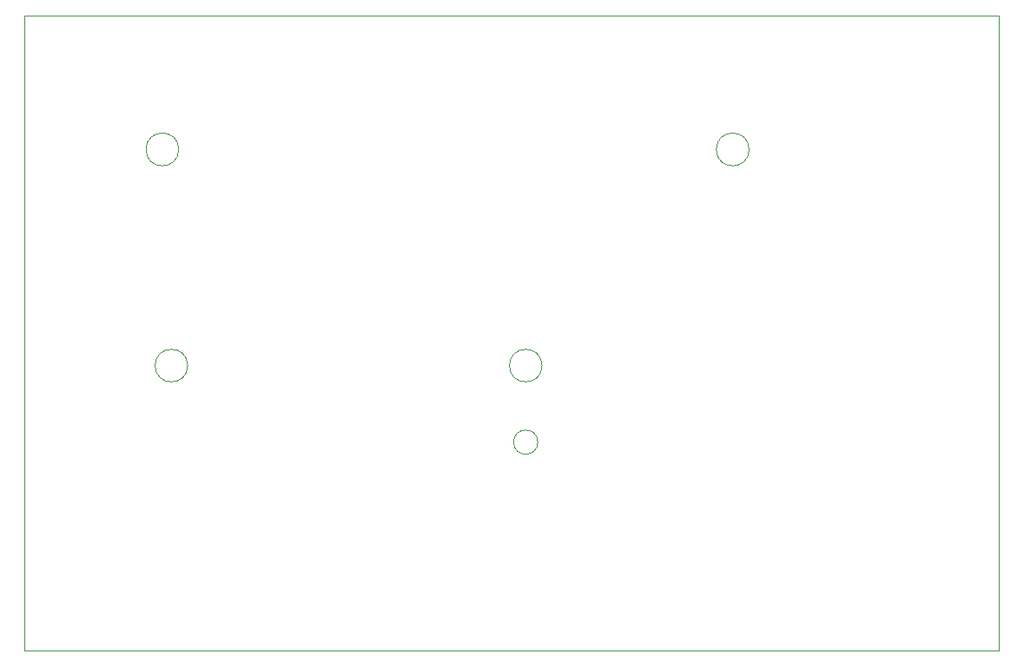
<source format=gm1>
%TF.GenerationSoftware,KiCad,Pcbnew,9.0.0*%
%TF.CreationDate,2025-03-15T23:12:27-07:00*%
%TF.ProjectId,Joule-Thief_R6,4a6f756c-652d-4546-9869-65665f52362e,5*%
%TF.SameCoordinates,Original*%
%TF.FileFunction,Profile,NP*%
%FSLAX46Y46*%
G04 Gerber Fmt 4.6, Leading zero omitted, Abs format (unit mm)*
G04 Created by KiCad (PCBNEW 9.0.0) date 2025-03-15 23:12:27*
%MOMM*%
%LPD*%
G01*
G04 APERTURE LIST*
%TA.AperFunction,Profile*%
%ADD10C,0.050000*%
%TD*%
%TA.AperFunction,Profile*%
%ADD11C,0.100000*%
%TD*%
G04 APERTURE END LIST*
D10*
X58625000Y-29345000D02*
X153625000Y-29345000D01*
X153625000Y-91345000D01*
X58625000Y-91345000D01*
X58625000Y-29345000D01*
D11*
%TO.C,BT1*%
X73650000Y-42400000D02*
G75*
G02*
X70450000Y-42400000I-1600000J0D01*
G01*
X70450000Y-42400000D02*
G75*
G02*
X73650000Y-42400000I1600000J0D01*
G01*
X129250000Y-42400000D02*
G75*
G02*
X126050000Y-42400000I-1600000J0D01*
G01*
X126050000Y-42400000D02*
G75*
G02*
X129250000Y-42400000I1600000J0D01*
G01*
%TO.C,BATT_1*%
X74520000Y-63500000D02*
G75*
G02*
X71340000Y-63500000I-1590000J0D01*
G01*
X71340000Y-63500000D02*
G75*
G02*
X74520000Y-63500000I1590000J0D01*
G01*
X109060000Y-63500000D02*
G75*
G02*
X105880000Y-63500000I-1590000J0D01*
G01*
X105880000Y-63500000D02*
G75*
G02*
X109060000Y-63500000I1590000J0D01*
G01*
X108650000Y-70970000D02*
G75*
G02*
X106290000Y-70970000I-1180000J0D01*
G01*
X106290000Y-70970000D02*
G75*
G02*
X108650000Y-70970000I1180000J0D01*
G01*
%TD*%
M02*

</source>
